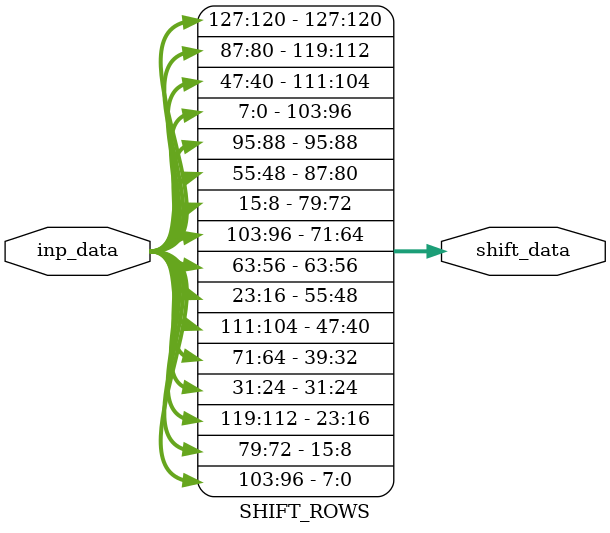
<source format=v>
module SHIFT_ROWS(inp_data,shift_data);

input [127:0] inp_data;
output [127:0] shift_data;

    assign shift_data[127:120] = inp_data[127:120];
    assign shift_data[119:112] = inp_data[87:80];
    assign shift_data[111:104] = inp_data[47:40];
    assign shift_data[103:96] = inp_data[7:0];

    assign shift_data[95:88] = inp_data[95:88];
    assign shift_data[87:80] = inp_data[55:48];
    assign shift_data[79:72] = inp_data[15:8];
    assign shift_data[71:64] = inp_data[103:96];
    
    assign shift_data[63:56] = inp_data[63:56];
    assign shift_data[55:48] = inp_data[23:16];
    assign shift_data[47:40] = inp_data[111:104];
    assign shift_data[39:32] = inp_data[71:64];

    assign shift_data[31:24] = inp_data[31:24];
    assign shift_data[23:16] = inp_data[119:112];
    assign shift_data[15:8] = inp_data[79:72];
    assign shift_data[7:0] = inp_data[103:96];

endmodule
</source>
